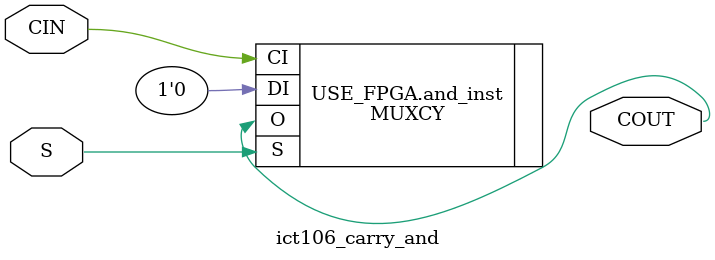
<source format=v>
`timescale 1ps/1ps


module ict106_carry_and #
  (
   parameter         C_FAMILY                         = "virtex6"
                       // FPGA Family. Current version: virtex6 or spartan6.
   )
  (
   input  wire        CIN,
   input  wire        S,
   output wire        COUT
   );
  
  
  /////////////////////////////////////////////////////////////////////////////
  // Variables for generating parameter controlled instances.
  /////////////////////////////////////////////////////////////////////////////
  
  
  /////////////////////////////////////////////////////////////////////////////
  // Local params
  /////////////////////////////////////////////////////////////////////////////
  
  
  /////////////////////////////////////////////////////////////////////////////
  // Functions
  /////////////////////////////////////////////////////////////////////////////
  
  
  /////////////////////////////////////////////////////////////////////////////
  // Internal signals
  /////////////////////////////////////////////////////////////////////////////

  
  /////////////////////////////////////////////////////////////////////////////
  // Instantiate or use RTL code
  /////////////////////////////////////////////////////////////////////////////
  
  generate
    if ( C_FAMILY == "rtl" ) begin : USE_RTL
      assign COUT = CIN & S;
      
    end else begin : USE_FPGA
      MUXCY and_inst 
      (
       .O (COUT), 
       .CI (CIN), 
       .DI (1'b0), 
       .S (S)
      ); 
      
    end
  endgenerate
  
  
endmodule


</source>
